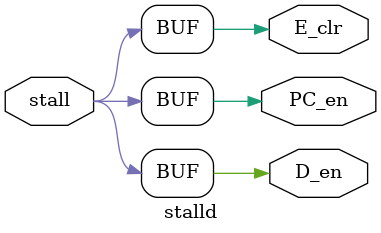
<source format=v>
`timescale 1ns / 1ps
module stalld(
    input stall,
    output D_en,
    output PC_en,
    output E_clr
    );
		assign D_en = stall;
		assign PC_en = stall;
		assign E_clr = stall;

endmodule

</source>
